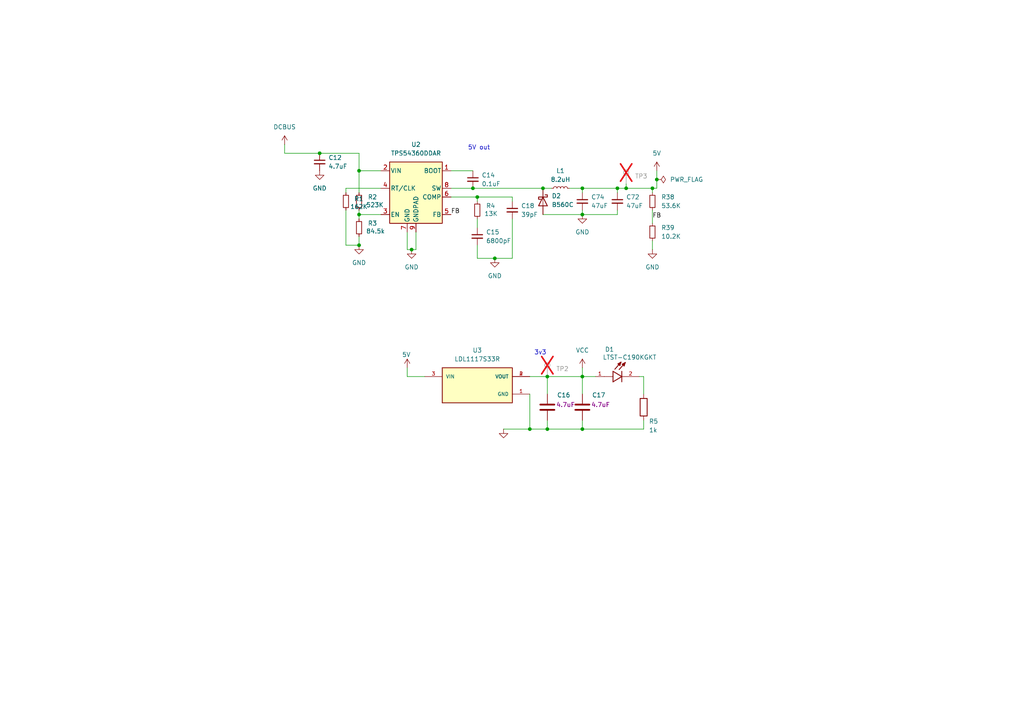
<source format=kicad_sch>
(kicad_sch (version 20231120) (generator "eeschema") (generator_version "8.0")
  (paper "A4")
  (lib_symbols
    (symbol "Connector:TestPoint" (pin_numbers hide) (pin_names (offset 0.762) hide)
      (property "Reference" "TP" (at 0 6.858 0))
      (property "Value" "TestPoint" (at 0 5.08 0))
      (symbol "TestPoint_0_1"
        (circle (center 0 3.302) (radius 0.762))
      )
      (symbol "TestPoint_1_1"
        (pin passive line (at 0 0 90) (length 2.54) (name "1") (number "1"))
      )
    )
    (symbol "Device:C" (pin_numbers hide) (pin_names (offset 0.254))
      (property "Reference" "C" (at 0.635 2.54 0))
      (property "Value" "C" (at 0.635 -2.54 0))
      (symbol "C_0_1"
        (polyline (pts (xy -2.032 -0.762) (xy 2.032 -0.762)) (stroke (width 0.508)))
        (polyline (pts (xy -2.032 0.762) (xy 2.032 0.762)) (stroke (width 0.508)))
      )
      (symbol "C_1_1"
        (pin passive line (at 0 3.81 270) (length 2.794) (name "~") (number "1"))
        (pin passive line (at 0 -3.81 90) (length 2.794) (name "~") (number "2"))
      )
    )
    (symbol "Device:C_Small" (pin_numbers hide) (pin_names (offset 0.254) hide)
      (property "Reference" "C" (at 0.254 1.778 0))
      (property "Value" "C_Small" (at 0.254 -2.032 0))
      (symbol "C_Small_0_1"
        (polyline (pts (xy -1.524 -0.508) (xy 1.524 -0.508)) (stroke (width 0.3302)))
        (polyline (pts (xy -1.524 0.508) (xy 1.524 0.508)) (stroke (width 0.3048)))
      )
      (symbol "C_Small_1_1"
        (pin passive line (at 0 2.54 270) (length 2.032) (name "~") (number "1"))
        (pin passive line (at 0 -2.54 90) (length 2.032) (name "~") (number "2"))
      )
    )
    (symbol "Device:D_Schottky" (pin_numbers hide) (pin_names (offset 1.016) hide)
      (property "Reference" "D" (at 0 2.54 0))
      (property "Value" "D_Schottky" (at 0 -2.54 0))
      (symbol "D_Schottky_0_1"
        (polyline (pts (xy 1.27 0) (xy -1.27 0)))
        (polyline (pts (xy 1.27 1.27) (xy 1.27 -1.27) (xy -1.27 0) (xy 1.27 1.27)) (stroke (width 0.254)))
        (polyline (pts (xy -1.905 0.635) (xy -1.905 1.27) (xy -1.27 1.27) (xy -1.27 -1.27) (xy -0.635 -1.27) (xy -0.635 -0.635)) (stroke (width 0.254)))
      )
      (symbol "D_Schottky_1_1"
        (pin passive line (at -3.81 0 0) (length 2.54) (name "K") (number "1"))
        (pin passive line (at 3.81 0 180) (length 2.54) (name "A") (number "2"))
      )
    )
    (symbol "Device:L_Small" (pin_numbers hide) (pin_names (offset 0.254) hide)
      (property "Reference" "L" (at 0.762 1.016 0))
      (property "Value" "L_Small" (at 0.762 -1.016 0))
      (symbol "L_Small_0_1"
        (arc (start 0 -2.032) (mid 0.5058 -1.524) (end 0 -1.016))
        (arc (start 0 -1.016) (mid 0.5058 -0.508) (end 0 0))
        (arc (start 0 0) (mid 0.5058 0.508) (end 0 1.016))
        (arc (start 0 1.016) (mid 0.5058 1.524) (end 0 2.032))
      )
      (symbol "L_Small_1_1"
        (pin passive line (at 0 2.54 270) (length 0.508) (name "~") (number "1"))
        (pin passive line (at 0 -2.54 90) (length 0.508) (name "~") (number "2"))
      )
    )
    (symbol "Device:R" (pin_numbers hide) (pin_names (offset 0))
      (property "Reference" "R" (at 2.032 0 90))
      (property "Value" "R" (at 0 0 90))
      (symbol "R_0_1"
        (rectangle (start -1.016 -2.54) (end 1.016 2.54) (stroke (width 0.254)))
      )
      (symbol "R_1_1"
        (pin passive line (at 0 3.81 270) (length 1.27) (name "~") (number "1"))
        (pin passive line (at 0 -3.81 90) (length 1.27) (name "~") (number "2"))
      )
    )
    (symbol "Device:R_Small" (pin_numbers hide) (pin_names (offset 0.254) hide)
      (property "Reference" "R" (at 0.762 0.508 0))
      (property "Value" "R_Small" (at 0.762 -1.016 0))
      (symbol "R_Small_0_1"
        (rectangle (start -0.762 1.778) (end 0.762 -1.778) (stroke (width 0.2032)))
      )
      (symbol "R_Small_1_1"
        (pin passive line (at 0 2.54 270) (length 0.762) (name "~") (number "1"))
        (pin passive line (at 0 -2.54 90) (length 0.762) (name "~") (number "2"))
      )
    )
    (symbol "LDL1117S33R:LDL1117S33R" (pin_names (offset 1.016))
      (property "Reference" "U4" (at 0 10.16 0))
      (property "Value" "LDL1117S33R" (at 0 7.62 0))
      (symbol "LDL1117S33R_0_0"
        (rectangle (start -10.16 -5.08) (end 10.16 5.08) (stroke (width 0.254)) (fill (type background)))
        (pin power_in line (at 15.24 -2.54 180) (length 5.08) (name "GND") (number "1"))
        (pin input line (at -15.24 2.54 0) (length 5.08) (name "VIN") (number "3"))
      )
      (symbol "LDL1117S33R_1_0"
        (pin power_out line (at 15.24 2.54 180) (length 5.08) (name "VOUT") (number "2"))
        (pin power_out line (at 15.24 2.54 180) (length 5.08) (name "VOUT") (number "4"))
      )
    )
    (symbol "LTST-C190KGKT:LTST-C190KGKT" (pin_names (offset 1.016))
      (property "Reference" "D3" (at -3.556 7.874 0))
      (property "Value" "LTST-C190KGKT" (at 2.286 5.588 0))
      (symbol "LTST-C190KGKT_0_0"
        (polyline (pts (xy -2.54 -1.524) (xy 0 0)) (stroke (width 0.254)))
        (polyline (pts (xy -2.54 0) (xy -5.08 0)) (stroke (width 0.1524)))
        (polyline (pts (xy -2.54 0) (xy -2.54 -1.524)) (stroke (width 0.254)))
        (polyline (pts (xy -2.54 1.524) (xy -2.54 0)) (stroke (width 0.254)))
        (polyline (pts (xy -1.1176 3.683) (xy -0.2286 4.1656)) (stroke (width 0.254)))
        (polyline (pts (xy -0.9398 3.6068) (xy -0.7112 3.7592)) (stroke (width 0.254)))
        (polyline (pts (xy -0.5588 3.2004) (xy -1.1176 3.683)) (stroke (width 0.254)))
        (polyline (pts (xy -0.5588 3.2004) (xy -0.5334 3.937)) (stroke (width 0.254)))
        (polyline (pts (xy -0.5334 3.937) (xy -0.6604 3.937)) (stroke (width 0.254)))
        (polyline (pts (xy -0.2286 4.1656) (xy -2.0066 2.1336)) (stroke (width 0.254)))
        (polyline (pts (xy -0.2286 4.1656) (xy -0.5588 3.2004)) (stroke (width 0.254)))
        (polyline (pts (xy 0 0) (xy -2.54 1.524)) (stroke (width 0.254)))
        (polyline (pts (xy 0 1.524) (xy 0 -1.524)) (stroke (width 0.254)))
        (polyline (pts (xy 0.127 3.5814) (xy 1.016 4.064)) (stroke (width 0.254)))
        (polyline (pts (xy 0.3048 3.5052) (xy 0.5334 3.6576)) (stroke (width 0.254)))
        (polyline (pts (xy 0.6858 3.0988) (xy 0.127 3.5814)) (stroke (width 0.254)))
        (polyline (pts (xy 0.6858 3.0988) (xy 0.7112 3.8354)) (stroke (width 0.254)))
        (polyline (pts (xy 0.7112 3.8354) (xy 0.5842 3.8354)) (stroke (width 0.254)))
        (polyline (pts (xy 1.016 4.064) (xy -0.762 2.032)) (stroke (width 0.254)))
        (polyline (pts (xy 1.016 4.064) (xy 0.6858 3.0988)) (stroke (width 0.254)))
      )
      (symbol "LTST-C190KGKT_1_0"
        (pin passive line (at -7.62 0 0) (length 2.54) (name "~") (number "1"))
        (pin passive line (at 5.08 0 180) (length 5.08) (name "~") (number "2"))
      )
    )
    (symbol "Regulator_Switching:TPS54360DDA" (pin_names (offset 0.254))
      (property "Reference" "U2" (at 0 12.7 0))
      (property "Value" "TPS54360DDAR" (at 0 10.16 0))
      (symbol "TPS54360DDA_0_1"
        (rectangle (start -7.62 7.62) (end 7.62 -10.16) (stroke (width 0.254)) (fill (type background)))
      )
      (symbol "TPS54360DDA_1_1"
        (pin input line (at 10.16 5.08 180) (length 2.54) (name "BOOT") (number "1"))
        (pin power_in line (at -10.16 5.08 0) (length 2.54) (name "VIN") (number "2"))
        (pin input line (at -10.16 -7.62 0) (length 2.54) (name "EN") (number "3"))
        (pin input line (at -10.16 0 0) (length 2.54) (name "RT/CLK") (number "4"))
        (pin input line (at 10.16 -7.62 180) (length 2.54) (name "FB") (number "5"))
        (pin passive line (at 10.16 -2.54 180) (length 2.54) (name "COMP") (number "6"))
        (pin power_in line (at -2.54 -12.7 90) (length 2.54) (name "GND") (number "7"))
        (pin power_out line (at 10.16 0 180) (length 2.54) (name "SW") (number "8"))
        (pin power_in line (at 0 -12.7 90) (length 2.54) (name "GNDPAD") (number "9"))
      )
    )
    (symbol "power:+48V" (power) (pin_numbers hide) (pin_names (offset 0) hide)
      (property "Value" "+48V" (at 0 3.556 0))
      (symbol "+48V_0_1"
        (polyline (pts (xy -0.762 1.27) (xy 0 2.54)))
        (polyline (pts (xy 0 0) (xy 0 2.54)))
        (polyline (pts (xy 0 2.54) (xy 0.762 1.27)))
      )
      (symbol "+48V_1_1"
        (pin power_in line (at 0 0 90) (length 0) (name "~") (number "1"))
      )
    )
    (symbol "power:+5V" (power) (pin_numbers hide) (pin_names (offset 0) hide)
      (property "Value" "+5V" (at 0 3.556 0))
      (symbol "+5V_0_1"
        (polyline (pts (xy -0.762 1.27) (xy 0 2.54)))
        (polyline (pts (xy 0 0) (xy 0 2.54)))
        (polyline (pts (xy 0 2.54) (xy 0.762 1.27)))
      )
      (symbol "+5V_1_1"
        (pin power_in line (at 0 0 90) (length 0) (name "~") (number "1"))
      )
    )
    (symbol "power:GND" (power) (pin_numbers hide) (pin_names (offset 0) hide)
      (property "Value" "GND" (at 0 -3.81 0))
      (symbol "GND_0_1"
        (polyline (pts (xy 0 0) (xy 0 -1.27) (xy 1.27 -1.27) (xy 0 -2.54) (xy -1.27 -1.27) (xy 0 -1.27)))
      )
      (symbol "GND_1_1"
        (pin power_in line (at 0 0 270) (length 0) (name "~") (number "1"))
      )
    )
    (symbol "power:PWR_FLAG" (power) (pin_numbers hide) (pin_names (offset 0) hide)
      (property "Value" "PWR_FLAG" (at 0 3.81 0))
      (symbol "PWR_FLAG_0_0"
        (pin power_out line (at 0 0 90) (length 0) (name "~") (number "1"))
      )
      (symbol "PWR_FLAG_0_1"
        (polyline (pts (xy 0 0) (xy 0 1.27) (xy -1.016 1.905) (xy 0 2.54) (xy 1.016 1.905) (xy 0 1.27)))
      )
    )
    (symbol "power:VCC" (power) (pin_numbers hide) (pin_names (offset 0) hide)
      (property "Value" "VCC" (at 0 3.556 0))
      (symbol "VCC_0_1"
        (polyline (pts (xy -0.762 1.27) (xy 0 2.54)))
        (polyline (pts (xy 0 0) (xy 0 2.54)))
        (polyline (pts (xy 0 2.54) (xy 0.762 1.27)))
      )
      (symbol "VCC_1_1"
        (pin power_in line (at 0 0 90) (length 0) (name "~") (number "1"))
      )
    )
  )
  (junction (at 104.14 71.12))
  (junction (at 190.5 52.07))
  (junction (at 168.91 54.61))
  (junction (at 158.75 109.22))
  (junction (at 157.48 54.61))
  (junction (at 168.91 124.46))
  (junction (at 137.16 54.61))
  (junction (at 143.51 74.93))
  (junction (at 189.23 54.61))
  (junction (at 168.91 109.22))
  (junction (at 181.61 54.61))
  (junction (at 168.91 62.23))
  (junction (at 92.71 44.45))
  (junction (at 158.75 124.46))
  (junction (at 153.67 124.46))
  (junction (at 138.43 57.15))
  (junction (at 104.14 62.23))
  (junction (at 104.14 49.53))
  (junction (at 179.07 54.61))
  (junction (at 119.38 72.39))
  (wire (pts (xy 104.14 71.12) (xy 104.14 68.58)))
  (wire (pts (xy 189.23 60.96) (xy 189.23 64.77)))
  (wire (pts (xy 189.23 54.61) (xy 189.23 55.88)))
  (wire (pts (xy 157.48 54.61) (xy 160.02 54.61)))
  (wire (pts (xy 138.43 74.93) (xy 138.43 71.12)))
  (wire (pts (xy 100.33 71.12) (xy 104.14 71.12)))
  (wire (pts (xy 157.48 62.23) (xy 168.91 62.23)))
  (wire (pts (xy 153.67 114.3) (xy 153.67 124.46)))
  (wire (pts (xy 186.69 109.22) (xy 186.69 114.3)))
  (wire (pts (xy 137.16 54.61) (xy 157.48 54.61)))
  (wire (pts (xy 168.91 124.46) (xy 168.91 121.92)))
  (wire (pts (xy 179.07 62.23) (xy 179.07 60.96)))
  (wire (pts (xy 148.59 74.93) (xy 143.51 74.93)))
  (wire (pts (xy 158.75 124.46) (xy 168.91 124.46)))
  (wire (pts (xy 148.59 57.15) (xy 148.59 58.42)))
  (wire (pts (xy 190.5 54.61) (xy 189.23 54.61)))
  (wire (pts (xy 104.14 49.53) (xy 110.49 49.53)))
  (wire (pts (xy 92.71 44.45) (xy 104.14 44.45)))
  (wire (pts (xy 100.33 60.96) (xy 100.33 71.12)))
  (wire (pts (xy 168.91 54.61) (xy 168.91 55.88)))
  (wire (pts (xy 118.11 72.39) (xy 119.38 72.39)))
  (wire (pts (xy 168.91 62.23) (xy 179.07 62.23)))
  (wire (pts (xy 104.14 55.88) (xy 104.14 49.53)))
  (wire (pts (xy 190.5 52.07) (xy 190.5 54.61)))
  (wire (pts (xy 168.91 114.3) (xy 168.91 109.22)))
  (wire (pts (xy 130.81 57.15) (xy 138.43 57.15)))
  (wire (pts (xy 130.81 54.61) (xy 137.16 54.61)))
  (wire (pts (xy 189.23 69.85) (xy 189.23 72.39)))
  (wire (pts (xy 168.91 109.22) (xy 168.91 106.68)))
  (wire (pts (xy 123.19 109.22) (xy 118.11 109.22)))
  (wire (pts (xy 168.91 109.22) (xy 172.72 109.22)))
  (wire (pts (xy 158.75 121.92) (xy 158.75 124.46)))
  (wire (pts (xy 138.43 57.15) (xy 148.59 57.15)))
  (wire (pts (xy 146.05 124.46) (xy 153.67 124.46)))
  (wire (pts (xy 181.61 54.61) (xy 189.23 54.61)))
  (wire (pts (xy 179.07 54.61) (xy 179.07 55.88)))
  (wire (pts (xy 100.33 54.61) (xy 100.33 55.88)))
  (wire (pts (xy 82.55 41.91) (xy 82.55 44.45)))
  (wire (pts (xy 104.14 62.23) (xy 104.14 63.5)))
  (wire (pts (xy 158.75 109.22) (xy 168.91 109.22)))
  (wire (pts (xy 148.59 63.5) (xy 148.59 74.93)))
  (wire (pts (xy 120.65 72.39) (xy 119.38 72.39)))
  (wire (pts (xy 130.81 49.53) (xy 137.16 49.53)))
  (wire (pts (xy 181.61 53.34) (xy 181.61 54.61)))
  (wire (pts (xy 179.07 54.61) (xy 181.61 54.61)))
  (wire (pts (xy 186.69 121.92) (xy 186.69 124.46)))
  (wire (pts (xy 104.14 62.23) (xy 110.49 62.23)))
  (wire (pts (xy 120.65 67.31) (xy 120.65 72.39)))
  (wire (pts (xy 190.5 49.53) (xy 190.5 52.07)))
  (wire (pts (xy 143.51 74.93) (xy 138.43 74.93)))
  (wire (pts (xy 104.14 44.45) (xy 104.14 49.53)))
  (wire (pts (xy 168.91 60.96) (xy 168.91 62.23)))
  (wire (pts (xy 100.33 54.61) (xy 110.49 54.61)))
  (wire (pts (xy 118.11 109.22) (xy 118.11 106.68)))
  (wire (pts (xy 158.75 109.22) (xy 158.75 114.3)))
  (wire (pts (xy 138.43 57.15) (xy 138.43 58.42)))
  (wire (pts (xy 165.1 54.61) (xy 168.91 54.61)))
  (wire (pts (xy 104.14 60.96) (xy 104.14 62.23)))
  (wire (pts (xy 82.55 44.45) (xy 92.71 44.45)))
  (wire (pts (xy 118.11 67.31) (xy 118.11 72.39)))
  (wire (pts (xy 168.91 54.61) (xy 179.07 54.61)))
  (wire (pts (xy 138.43 63.5) (xy 138.43 66.04)))
  (wire (pts (xy 153.67 109.22) (xy 158.75 109.22)))
  (wire (pts (xy 186.69 124.46) (xy 168.91 124.46)))
  (wire (pts (xy 153.67 124.46) (xy 158.75 124.46)))
  (wire (pts (xy 185.42 109.22) (xy 186.69 109.22)))
  (text "3v3" (at 156.718 102.362 0) (effects (font (size 1.27 1.27))))
  (text "5V out" (at 138.938 42.926 0) (effects (font (size 1.27 1.27))))
  (label "FB" (at 130.81 62.23 0))
  (label "FB" (at 189.23 63.5 0))
  (symbol (lib_id "power:VCC") (at 168.91 106.68 0) (unit 1)
    (property "Reference" "#PWR015" (effects (hide yes)))
    (property "Value" "VCC" (at 168.91 101.6 0))
    (property "Description" "Power symbol creates a global label with name \"VCC\"" (effects (hide yes)))
  )
  (symbol (lib_id "power:+5V") (at 118.11 106.68 0) (unit 1)
    (property "Reference" "#PWR011" (effects (hide yes)))
    (property "Value" "5V" (at 117.856 102.87 0))
  )
  (symbol (lib_id "power:GND") (at 189.23 72.39 0) (unit 1)
    (property "Reference" "#PWR010" (effects (hide yes)))
    (property "Value" "GND" (at 189.23 77.47 0))
    (property "Description" "Power symbol creates a global label with name \"GND\" , ground" (effects (hide yes)))
  )
  (symbol (lib_id "power:+5V") (at 190.5 49.53 0) (unit 1)
    (property "Reference" "#PWR012" (effects (hide yes)))
    (property "Value" "5V" (at 190.5 44.45 0))
    (property "Description" "Power symbol creates a global label with name \"+5V\"" (effects (hide yes)))
  )
  (symbol (lib_id "LTST-C190KGKT:LTST-C190KGKT") (at 180.34 109.22 0) (unit 1)
    (property "Reference" "D1" (at 176.784 101.346 0))
    (property "Value" "LTST-C190KGKT" (at 182.626 103.632 0))
    (property "Footprint" "Diode_SMD:D_0603_1608Metric" (effects (hide yes)))
    (property "MF" "Lite-On Inc." (effects (hide yes)))
    (property "Description_1" "\nGreen 571nm LED Indication - Discrete 2V 0603 (1608 Metric)\n" (effects (hide yes)))
    (property "Package" "0603 Lite-On" (effects (hide yes)))
    (property "Price" "None" (effects (hide yes)))
    (property "SnapEDA_Link" "https://www.snapeda.com/parts/LTST-C190KGKT/Lite-On+Inc./view-part/?ref=snap" (effects (hide yes)))
    (property "MP" "LTST-C190KGKT" (effects (hide yes)))
    (property "Availability" "In Stock" (effects (hide yes)))
    (property "Check_prices" "https://www.snapeda.com/parts/LTST-C190KGKT/Lite-On+Inc./view-part/?ref=eda" (effects (hide yes)))
    (property "LCSC Part #" "C125094" (effects (hide yes)))
  )
  (symbol (lib_id "Device:R_Small") (at 104.14 66.04 0) (unit 1)
    (property "Reference" "R3" (at 106.68 64.77 0) (effects (justify left)))
    (property "Value" "84.5k" (at 106.172 67.056 0) (effects (justify left)))
    (property "Footprint" "Resistor_SMD:R_0603_1608Metric" (effects (hide yes)))
    (property "Description" "Resistor, small symbol" (effects (hide yes)))
    (property "LCSC Part #" "C706195" (effects (hide yes)))
  )
  (symbol (lib_id "Regulator_Switching:TPS54360DDA") (at 120.65 54.61 0) (unit 1)
    (property "Reference" "U2" (at 120.65 41.91 0))
    (property "Value" "TPS54360DDAR" (at 120.65 44.45 0))
    (property "Footprint" "Package_SO:TI_SO-PowerPAD-8_ThermalVias" (effects (hide yes)))
    (property "Datasheet" "http://www.ti.com/lit/ds/symlink/tps54360.pdf" (effects (hide yes)))
    (property "Description" "3.5A, Step Down DC-DC Converter with Eco-mode, 4.5-60V Input Voltage, PowerSO-8" (effects (hide yes)))
    (property "LCSC Part #" "C524806" (effects (hide yes)))
    (property "LCSC Part #" "C524806" (effects (hide yes)))
  )
  (symbol (lib_id "Device:C_Small") (at 137.16 52.07 0) (unit 1)
    (property "Reference" "C14" (at 139.7 50.8062 0) (effects (justify left)))
    (property "Value" "0.1uF" (at 139.7 53.3462 0) (effects (justify left)))
    (property "Footprint" "Capacitor_SMD:C_0402_1005Metric" (effects (hide yes)))
    (property "Description" "Unpolarized capacitor, small symbol" (effects (hide yes)))
    (property "LCSC Part #" " C105883" (effects (hide yes)))
  )
  (symbol (lib_id "Device:C") (at 158.75 118.11 0) (unit 1)
    (property "Reference" "C16" (at 161.544 115.316 0) (effects (justify left bottom)))
    (property "Value" "4.7uF" (effects (hide yes)))
    (property "Footprint" "Capacitor_SMD:C_0805_2012Metric" (effects (hide yes)))
    (property "Description" "CAP CER 4.7UF 35V X5R 0805" (effects (hide yes)))
    (property "SUPPLIER 1" "Digi-Key" (effects (hide yes)))
    (property "SUPPLIER PART NUMBER 1" "490-7208-2-ND" (effects (hide yes)))
    (property "MANUFACTURER" "Murata Electronics North America" (effects (hide yes)))
    (property "ROHS" "RoHS Compliant" (effects (hide yes)))
    (property "CATEGORY" "Capacitors" (effects (hide yes)))
    (property "PRICING 1" "4000=0.05126, 8000=0.0487, 12000=0.04613 (USD)" (effects (hide yes)))
    (property "PACKAGING" "Tape & Reel (TR)" (effects (hide yes)))
    (property "PART STATUS" "Active" (effects (hide yes)))
    (property "TOLERANCE" "±10%" (effects (hide yes)))
    (property "VOLTAGE - RATED" "35V" (effects (hide yes)))
    (property "TEMPERATURE COEFFICIENT" "X5R" (effects (hide yes)))
    (property "OPERATING TEMPERATURE" "-55°C ~ 85°C" (effects (hide yes)))
    (property "FEATURES" "Derating Recommended" (effects (hide yes)))
    (property "RATINGS" "-" (effects (hide yes)))
    (property "APPLICATIONS" "General Purpose" (effects (hide yes)))
    (property "MOUNTING TYPE" "Surface Mount, MLCC" (effects (hide yes)))
    (property "PACKAGE / CASE" "0805 (2012 Metric)" (effects (hide yes)))
    (property "SIZE / DIMENSION" "0.079\" L x 0.049\" W (2.01mm x 1.25mm)" (effects (hide yes)))
    (property "HEIGHT - SEATED (MAX)" "-" (effects (hide yes)))
    (property "THICKNESS (MAX)" "0.037\" (0.95mm)" (effects (hide yes)))
    (property "LEAD SPACING" "-" (effects (hide yes)))
    (property "LEAD STYLE" "-" (effects (hide yes)))
    (property "COMPONENTLINK1URL" "http://www.murata.com/~/media/webrenewal/support/library/catalog/products/capacitor/mlcc/c02e.ashx?la=en-us" (effects (hide yes)))
    (property "COMPONENTLINK1DESCRIPTION" "http://www.murata.com/~/media/webrenewal/support/library/catalog/products/capacitor/mlcc/c02e.ashx?la=en-us" (effects (hide yes)))
    (property "SUPPLIER 2" "Digi-Key" (effects (hide yes)))
    (property "SUPPLIER PART NUMBER 2" "490-7208-1-ND" (effects (hide yes)))
    (property "PRICING 2" "1=0.26, 10=0.177, 100=0.1002, 500=0.07076, 1000=0.06191 (USD)" (effects (hide yes)))
    (property "ALTIUM_VALUE" "4.7uF" (at 161.29 118.11 0) (effects (justify left bottom)))
    (property "STOCK" "152000" (effects (hide yes)))
    (property "MANUFACTURER PART NUMBER" "GRM219R6YA475KA73D" (effects (hide yes)))
    (property "LCSC Part #" "C913498" (effects (hide yes)))
    (property "LCSC Part #" "C913498" (effects (hide yes)))
  )
  (symbol (lib_id "power:PWR_FLAG") (at 190.5 52.07 270) (unit 1)
    (property "Reference" "#FLG04" (effects (hide yes)))
    (property "Value" "PWR_FLAG" (at 194.31 52.0699 90) (effects (justify left)))
    (property "Description" "Special symbol for telling ERC where power comes from" (effects (hide yes)))
  )
  (symbol (lib_id "Device:C_Small") (at 138.43 68.58 0) (unit 1)
    (property "Reference" "C15" (at 140.97 67.3162 0) (effects (justify left)))
    (property "Value" "6800pF" (at 140.97 69.8562 0) (effects (justify left)))
    (property "Footprint" "Capacitor_SMD:C_0402_1005Metric" (effects (hide yes)))
    (property "Description" "Unpolarized capacitor, small symbol" (effects (hide yes)))
    (property "LCSC Part #" "C93654" (effects (hide yes)))
  )
  (symbol (lib_id "Device:C_Small") (at 179.07 58.42 0) (unit 1)
    (property "Reference" "C72" (at 181.61 57.1562 0) (effects (justify left)))
    (property "Value" "47uF" (at 181.61 59.6962 0) (effects (justify left)))
    (property "Footprint" "Capacitor_SMD:C_0805_2012Metric" (effects (hide yes)))
    (property "Description" "Unpolarized capacitor, small symbol" (effects (hide yes)))
    (property "LCSC Part #" "C178332" (effects (hide yes)))
  )
  (symbol (lib_id "Device:C_Small") (at 148.59 60.96 0) (unit 1)
    (property "Reference" "C18" (at 151.13 59.6962 0) (effects (justify left)))
    (property "Value" "39pF" (at 151.13 62.2362 0) (effects (justify left)))
    (property "Footprint" "Capacitor_SMD:C_0402_1005Metric" (effects (hide yes)))
    (property "Description" "Unpolarized capacitor, small symbol" (effects (hide yes)))
    (property "LCSC Part #" "C147447" (effects (hide yes)))
  )
  (symbol (lib_id "power:+48V") (at 82.55 41.91 0) (unit 1)
    (property "Reference" "#PWR03" (effects (hide yes)))
    (property "Value" "DCBUS" (at 82.55 36.83 0))
    (property "Description" "Power symbol creates a global label with name \"+48V\"" (effects (hide yes)))
  )
  (symbol (lib_id "Device:R_Small") (at 104.14 58.42 0) (unit 1)
    (property "Reference" "R2" (at 106.68 57.15 0) (effects (justify left)))
    (property "Value" "523K" (at 106.172 59.436 0) (effects (justify left)))
    (property "Footprint" "Resistor_SMD:R_0603_1608Metric_Pad0.98x0.95mm_HandSolder" (effects (hide yes)))
    (property "Description" "Resistor, small symbol" (effects (hide yes)))
    (property "LCSC Part #" "C23076" (effects (hide yes)))
  )
  (symbol (lib_id "power:GND") (at 119.38 72.39 0) (unit 1)
    (property "Reference" "#PWR07" (effects (hide yes)))
    (property "Value" "GND" (at 119.38 77.47 0))
    (property "Description" "Power symbol creates a global label with name \"GND\" , ground" (effects (hide yes)))
  )
  (symbol (lib_id "power:GND") (at 92.71 49.53 0) (unit 1)
    (property "Reference" "#PWR04" (effects (hide yes)))
    (property "Value" "GND" (at 92.71 54.61 0))
    (property "Description" "Power symbol creates a global label with name \"GND\" , ground" (effects (hide yes)))
  )
  (symbol (lib_id "Connector:TestPoint") (at 158.75 109.22 0) (unit 1) (dnp yes)
    (property "Reference" "TP2" (at 161.29 107.696 0) (effects (justify left bottom)))
    (property "Value" "TESTPOINT" (effects (hide yes)))
    (property "Footprint" "TestPoint:TestPoint_Pad_1.0x1.0mm" (effects (hide yes)))
    (property "Description" "SMD test pin" (effects (hide yes)))
  )
  (symbol (lib_id "Device:C_Small") (at 92.71 46.99 0) (unit 1)
    (property "Reference" "C12" (at 95.25 45.7262 0) (effects (justify left)))
    (property "Value" "4.7uF" (at 95.25 48.2662 0) (effects (justify left)))
    (property "Footprint" "Capacitor_SMD:C_1210_3225Metric" (effects (hide yes)))
    (property "Description" "Unpolarized capacitor, small symbol" (effects (hide yes)))
    (property "LCSC Part #" "C6120033" (effects (hide yes)))
  )
  (symbol (lib_id "Device:D_Schottky") (at 157.48 58.42 270) (unit 1)
    (property "Reference" "D2" (at 160.02 56.8324 90) (effects (justify left)))
    (property "Value" "B560C" (at 160.02 59.3724 90) (effects (justify left)))
    (property "Footprint" "Diode_SMD:D_SMC" (effects (hide yes)))
    (property "Description" "Schottky diode" (effects (hide yes)))
    (property "LCSC Part #" "C85100" (effects (hide yes)))
  )
  (symbol (lib_id "Device:R_Small") (at 189.23 67.31 0) (unit 1)
    (property "Reference" "R39" (at 191.77 66.0399 0) (effects (justify left)))
    (property "Value" "10.2K" (at 191.77 68.5799 0) (effects (justify left)))
    (property "Footprint" "Resistor_SMD:R_0402_1005Metric" (effects (hide yes)))
    (property "Description" "Resistor, small symbol" (effects (hide yes)))
    (property "LCSC Part #" "C321256" (effects (hide yes)))
  )
  (symbol (lib_id "power:GND") (at 168.91 62.23 0) (unit 1)
    (property "Reference" "#PWR09" (effects (hide yes)))
    (property "Value" "GND" (at 168.91 67.31 0))
    (property "Description" "Power symbol creates a global label with name \"GND\" , ground" (effects (hide yes)))
  )
  (symbol (lib_id "Device:L_Small") (at 162.56 54.61 90) (unit 1)
    (property "Reference" "L1" (at 162.56 49.53 90))
    (property "Value" "8.2uH" (at 162.56 52.07 90))
    (property "Footprint" "Inductor_SMD:L_Sunlord_MWSA0603S" (effects (hide yes)))
    (property "Description" "Inductor, small symbol" (effects (hide yes)))
    (property "LCSC Part #" "C408450" (effects (hide yes)))
  )
  (symbol (lib_id "LDL1117S33R:LDL1117S33R") (at 138.43 111.76 0) (unit 1)
    (property "Reference" "U3" (at 138.43 101.6 0))
    (property "Value" "LDL1117S33R" (at 138.43 104.14 0))
    (property "Footprint" "Package_TO_SOT_SMD:SOT-223" (effects (hide yes)))
    (property "MF" "STMicroelectronics" (effects (hide yes)))
    (property "MAXIMUM_PACKAGE_HEIGHT" "1.8 mm" (effects (hide yes)))
    (property "Package" "SOT-223 STMicroelectronics" (effects (hide yes)))
    (property "Price" "None" (effects (hide yes)))
    (property "Check_prices" "https://www.snapeda.com/parts/LDL1117S33R/STMicroelectronics/view-part/?ref=eda" (effects (hide yes)))
    (property "STANDARD" "IPC 7351B" (effects (hide yes)))
    (property "PARTREV" "7" (effects (hide yes)))
    (property "SnapEDA_Link" "https://www.snapeda.com/parts/LDL1117S33R/STMicroelectronics/view-part/?ref=snap" (effects (hide yes)))
    (property "MP" "LDL1117S33R" (effects (hide yes)))
    (property "Description_1" "\nLinear Voltage Regulator IC Positive Fixed 1 Output 1.2A SOT-223\n" (effects (hide yes)))
    (property "SNAPEDA_PN" "LDL1117S33R" (effects (hide yes)))
    (property "Availability" "In Stock" (effects (hide yes)))
    (property "MANUFACTURER" "STMicroelectronics" (effects (hide yes)))
    (property "LCSC Part #" "C435835" (effects (hide yes)))
    (property "LCSC Part #" "C435835" (effects (hide yes)))
  )
  (symbol (lib_id "Device:R") (at 186.69 118.11 0) (unit 1)
    (property "Reference" "R5" (at 188.214 122.936 0) (effects (justify left bottom)))
    (property "Value" "1k" (at 188.214 125.476 0) (effects (justify left bottom)))
    (property "Footprint" "Resistor_SMD:R_0603_1608Metric" (effects (hide yes)))
    (property "Description" "RES SMD 1K OHM 1% 1/10W 0603" (effects (hide yes)))
    (property "SUPPLIER 1" "Digi-Key" (effects (hide yes)))
    (property "SUPPLIER PART NUMBER 1" "311-1.00KHRCT-ND" (effects (hide yes)))
    (property "MANUFACTURER" "Yageo" (effects (hide yes)))
    (property "ROHS" "RoHS Compliant" (effects (hide yes)))
    (property "CATEGORY" "Resistors" (effects (hide yes)))
    (property "STOCK 1" "6734836" (effects (hide yes)))
    (property "PRICING 1" "1=0.1, 10=0.014, 25=0.01, 100=0.0057, 250=0.00436, 500=0.00348, 1000=0.00257, 2500=0.00223 (USD)" (effects (hide yes)))
    (property "PACKAGING" "Cut Tape (CT)" (effects (hide yes)))
    (property "TOLERANCE" "±1%" (effects (hide yes)))
    (property "POWER (WATTS)" "0.1W, 1/10W" (effects (hide yes)))
    (property "COMPOSITION" "Thick Film" (effects (hide yes)))
    (property "FEATURES" "Moisture Resistant" (effects (hide yes)))
    (property "TEMPERATURE COEFFICIENT" "±100ppm/°C" (effects (hide yes)))
    (property "OPERATING TEMPERATURE" "-55°C ~ 155°C" (effects (hide yes)))
    (property "PACKAGE / CASE" "0603 (1608 Metric)" (effects (hide yes)))
    (property "SUPPLIER DEVICE PACKAGE" "0603" (effects (hide yes)))
    (property "SIZE / DIMENSION" "0.063\" L x 0.031\" W (1.60mm x 0.80mm)" (effects (hide yes)))
    (property "HEIGHT" "0.022\" (0.55mm)" (effects (hide yes)))
    (property "NUMBER OF TERMINATIONS" "2" (effects (hide yes)))
    (property "COMPONENTLINK1URL" "http://www.yageo.com/documents/recent/PYu-RC_Group_51_RoHS_L_04.pdf" (effects (hide yes)))
    (property "COMPONENTLINK1DESCRIPTION" "http://www.yageo.com/documents/recent/PYu-RC_Group_51_RoHS_L_04.pdf" (effects (hide yes)))
    (property "MANUFACTURER PART NUMBER" "RC0603FR-071KL" (effects (hide yes)))
    (property "RESISTANCE (OHMS)" "1k" (effects (hide yes)))
    (property "LCSC Part #" "C22548" (effects (hide yes)))
    (property "LCSC Part #" "C22548" (effects (hide yes)))
  )
  (symbol (lib_id "power:GND") (at 143.51 74.93 0) (unit 1)
    (property "Reference" "#PWR08" (effects (hide yes)))
    (property "Value" "GND" (at 143.51 80.01 0))
    (property "Description" "Power symbol creates a global label with name \"GND\" , ground" (effects (hide yes)))
  )
  (symbol (lib_id "Connector:TestPoint") (at 181.61 53.34 0) (unit 1) (dnp yes)
    (property "Reference" "TP3" (at 184.15 51.816 0) (effects (justify left bottom)))
    (property "Value" "TESTPOINT" (effects (hide yes)))
    (property "Footprint" "TestPoint:TestPoint_Pad_1.0x1.0mm" (effects (hide yes)))
    (property "Description" "SMD test pin" (effects (hide yes)))
  )
  (symbol (lib_id "Device:R_Small") (at 138.43 60.96 0) (unit 1)
    (property "Reference" "R4" (at 140.97 59.69 0) (effects (justify left)))
    (property "Value" "13K" (at 140.462 61.976 0) (effects (justify left)))
    (property "Footprint" "Resistor_SMD:R_0402_1005Metric" (effects (hide yes)))
    (property "Description" "Resistor, small symbol" (effects (hide yes)))
    (property "LCSC Part #" "C310197" (effects (hide yes)))
  )
  (symbol (lib_id "Device:R_Small") (at 100.33 58.42 0) (mirror y) (unit 1)
    (property "Reference" "R1" (at 105.41 57.658 0) (effects (justify left)))
    (property "Value" "162K" (at 106.68 59.944 0) (effects (justify left)))
    (property "Footprint" "Resistor_SMD:R_0603_1608Metric" (effects (hide yes)))
    (property "Description" "Resistor, small symbol" (effects (hide yes)))
    (property "LCSC Part #" " C227450" (effects (hide yes)))
  )
  (symbol (lib_id "power:GND") (at 146.05 124.46 0) (unit 1)
    (property "Reference" "#PWR014" (effects (hide yes)))
    (property "Value" "GND" (effects (hide yes)))
  )
  (symbol (lib_id "power:GND") (at 104.14 71.12 0) (unit 1)
    (property "Reference" "#PWR06" (effects (hide yes)))
    (property "Value" "GND" (at 104.14 76.2 0))
    (property "Description" "Power symbol creates a global label with name \"GND\" , ground" (effects (hide yes)))
  )
  (symbol (lib_id "Device:C_Small") (at 168.91 58.42 0) (unit 1)
    (property "Reference" "C74" (at 171.45 57.1562 0) (effects (justify left)))
    (property "Value" "47uF" (at 171.45 59.6962 0) (effects (justify left)))
    (property "Footprint" "Capacitor_SMD:C_0805_2012Metric" (effects (hide yes)))
    (property "Description" "Unpolarized capacitor, small symbol" (effects (hide yes)))
    (property "LCSC Part #" "C178332" (effects (hide yes)))
  )
  (symbol (lib_id "Device:R_Small") (at 189.23 58.42 0) (unit 1)
    (property "Reference" "R38" (at 191.77 57.1499 0) (effects (justify left)))
    (property "Value" "53.6K" (at 191.77 59.6899 0) (effects (justify left)))
    (property "Footprint" "Resistor_SMD:R_0603_1608Metric" (effects (hide yes)))
    (property "Description" "Resistor, small symbol" (effects (hide yes)))
    (property "LCSC Part #" "C177851" (effects (hide yes)))
  )
  (symbol (lib_id "Device:C") (at 168.91 118.11 0) (unit 1)
    (property "Reference" "C17" (at 171.704 115.316 0) (effects (justify left bottom)))
    (property "Value" "4.7uF" (effects (hide yes)))
    (property "Footprint" "Capacitor_SMD:C_0805_2012Metric" (effects (hide yes)))
    (property "Description" "CAP CER 4.7UF 35V X5R 0805" (effects (hide yes)))
    (property "SUPPLIER 1" "Digi-Key" (effects (hide yes)))
    (property "SUPPLIER PART NUMBER 1" "490-7208-2-ND" (effects (hide yes)))
    (property "MANUFACTURER" "Murata Electronics North America" (effects (hide yes)))
    (property "ROHS" "RoHS Compliant" (effects (hide yes)))
    (property "CATEGORY" "Capacitors" (effects (hide yes)))
    (property "PRICING 1" "4000=0.05126, 8000=0.0487, 12000=0.04613 (USD)" (effects (hide yes)))
    (property "PACKAGING" "Tape & Reel (TR)" (effects (hide yes)))
    (property "PART STATUS" "Active" (effects (hide yes)))
    (property "TOLERANCE" "±10%" (effects (hide yes)))
    (property "VOLTAGE - RATED" "35V" (effects (hide yes)))
    (property "TEMPERATURE COEFFICIENT" "X5R" (effects (hide yes)))
    (property "OPERATING TEMPERATURE" "-55°C ~ 85°C" (effects (hide yes)))
    (property "FEATURES" "Derating Recommended" (effects (hide yes)))
    (property "RATINGS" "-" (effects (hide yes)))
    (property "APPLICATIONS" "General Purpose" (effects (hide yes)))
    (property "MOUNTING TYPE" "Surface Mount, MLCC" (effects (hide yes)))
    (property "PACKAGE / CASE" "0805 (2012 Metric)" (effects (hide yes)))
    (property "SIZE / DIMENSION" "0.079\" L x 0.049\" W (2.01mm x 1.25mm)" (effects (hide yes)))
    (property "HEIGHT - SEATED (MAX)" "-" (effects (hide yes)))
    (property "THICKNESS (MAX)" "0.037\" (0.95mm)" (effects (hide yes)))
    (property "LEAD SPACING" "-" (effects (hide yes)))
    (property "LEAD STYLE" "-" (effects (hide yes)))
    (property "COMPONENTLINK1URL" "http://www.murata.com/~/media/webrenewal/support/library/catalog/products/capacitor/mlcc/c02e.ashx?la=en-us" (effects (hide yes)))
    (property "COMPONENTLINK1DESCRIPTION" "http://www.murata.com/~/media/webrenewal/support/library/catalog/products/capacitor/mlcc/c02e.ashx?la=en-us" (effects (hide yes)))
    (property "SUPPLIER 2" "Digi-Key" (effects (hide yes)))
    (property "SUPPLIER PART NUMBER 2" "490-7208-1-ND" (effects (hide yes)))
    (property "PRICING 2" "1=0.26, 10=0.177, 100=0.1002, 500=0.07076, 1000=0.06191 (USD)" (effects (hide yes)))
    (property "ALTIUM_VALUE" "4.7uF" (at 171.45 118.11 0) (effects (justify left bottom)))
    (property "STOCK" "152000" (effects (hide yes)))
    (property "MANUFACTURER PART NUMBER" "GRM219R6YA475KA73D" (effects (hide yes)))
    (property "LCSC Part #" "C913498" (effects (hide yes)))
    (property "LCSC Part #" "C913498" (effects (hide yes)))
  )
)
</source>
